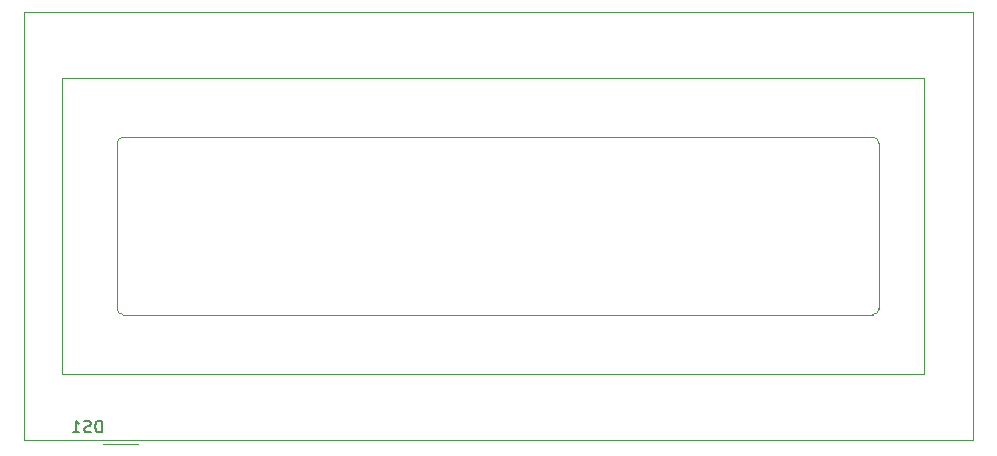
<source format=gbr>
%TF.GenerationSoftware,KiCad,Pcbnew,8.0.4*%
%TF.CreationDate,2024-11-18T06:36:06-07:00*%
%TF.ProjectId,SnakeTank,536e616b-6554-4616-9e6b-2e6b69636164,rev?*%
%TF.SameCoordinates,Original*%
%TF.FileFunction,Legend,Bot*%
%TF.FilePolarity,Positive*%
%FSLAX46Y46*%
G04 Gerber Fmt 4.6, Leading zero omitted, Abs format (unit mm)*
G04 Created by KiCad (PCBNEW 8.0.4) date 2024-11-18 06:36:06*
%MOMM*%
%LPD*%
G01*
G04 APERTURE LIST*
%ADD10C,0.150000*%
%ADD11C,0.120000*%
G04 APERTURE END LIST*
D10*
X24836285Y-60017819D02*
X24836285Y-59017819D01*
X24836285Y-59017819D02*
X24598190Y-59017819D01*
X24598190Y-59017819D02*
X24455333Y-59065438D01*
X24455333Y-59065438D02*
X24360095Y-59160676D01*
X24360095Y-59160676D02*
X24312476Y-59255914D01*
X24312476Y-59255914D02*
X24264857Y-59446390D01*
X24264857Y-59446390D02*
X24264857Y-59589247D01*
X24264857Y-59589247D02*
X24312476Y-59779723D01*
X24312476Y-59779723D02*
X24360095Y-59874961D01*
X24360095Y-59874961D02*
X24455333Y-59970200D01*
X24455333Y-59970200D02*
X24598190Y-60017819D01*
X24598190Y-60017819D02*
X24836285Y-60017819D01*
X23883904Y-59970200D02*
X23741047Y-60017819D01*
X23741047Y-60017819D02*
X23502952Y-60017819D01*
X23502952Y-60017819D02*
X23407714Y-59970200D01*
X23407714Y-59970200D02*
X23360095Y-59922580D01*
X23360095Y-59922580D02*
X23312476Y-59827342D01*
X23312476Y-59827342D02*
X23312476Y-59732104D01*
X23312476Y-59732104D02*
X23360095Y-59636866D01*
X23360095Y-59636866D02*
X23407714Y-59589247D01*
X23407714Y-59589247D02*
X23502952Y-59541628D01*
X23502952Y-59541628D02*
X23693428Y-59494009D01*
X23693428Y-59494009D02*
X23788666Y-59446390D01*
X23788666Y-59446390D02*
X23836285Y-59398771D01*
X23836285Y-59398771D02*
X23883904Y-59303533D01*
X23883904Y-59303533D02*
X23883904Y-59208295D01*
X23883904Y-59208295D02*
X23836285Y-59113057D01*
X23836285Y-59113057D02*
X23788666Y-59065438D01*
X23788666Y-59065438D02*
X23693428Y-59017819D01*
X23693428Y-59017819D02*
X23455333Y-59017819D01*
X23455333Y-59017819D02*
X23312476Y-59065438D01*
X22360095Y-60017819D02*
X22931523Y-60017819D01*
X22645809Y-60017819D02*
X22645809Y-59017819D01*
X22645809Y-59017819D02*
X22741047Y-59160676D01*
X22741047Y-59160676D02*
X22836285Y-59255914D01*
X22836285Y-59255914D02*
X22931523Y-59303533D01*
D11*
%TO.C,DS1*%
X18276000Y-24389500D02*
X18276000Y-60669500D01*
X19076000Y-60669500D02*
X18286000Y-60669500D01*
X19076000Y-60669500D02*
X98556000Y-60669500D01*
X21416000Y-30029500D02*
X94416000Y-30029500D01*
X21416000Y-55029500D02*
X21416000Y-30029500D01*
X26116280Y-49529500D02*
X26116280Y-35530180D01*
X26616000Y-35029500D02*
X90116660Y-35029500D01*
X27916000Y-61029500D02*
X24916000Y-61029500D01*
X90116000Y-50029500D02*
X26616000Y-50029500D01*
X90616000Y-35529500D02*
X90616000Y-49529500D01*
X94416000Y-30029500D02*
X94416000Y-55029500D01*
X94416000Y-55029500D02*
X21416000Y-55029500D01*
X98556000Y-24389500D02*
X18276000Y-24389500D01*
X98556000Y-60669500D02*
X98556000Y-24389500D01*
X26116280Y-35530180D02*
G75*
G02*
X26616660Y-35029800I500380J0D01*
G01*
X26616660Y-50031040D02*
G75*
G02*
X26116280Y-49530660I0J500380D01*
G01*
X90116660Y-35029800D02*
G75*
G02*
X90617000Y-35530180I40J-500300D01*
G01*
X90616000Y-49529500D02*
G75*
G02*
X90116000Y-50029500I-500000J0D01*
G01*
%TD*%
M02*

</source>
